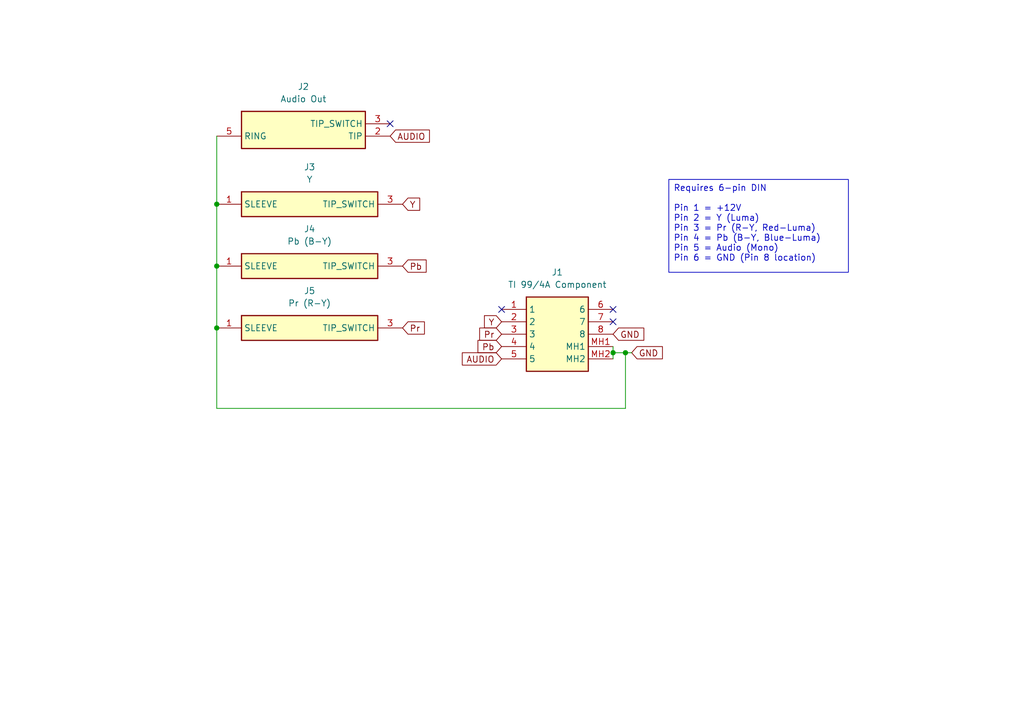
<source format=kicad_sch>
(kicad_sch (version 20250114) (generator "eeschema") (generator_version "9.0")
  (paper "A5")
  (title_block (title "TI 99/4A DIN to Component (PAL)") (date "19/NOV/2025") (rev "A") (company "Brett Hallen") (comment 1 "www.youtube.com/@Brfff"))
  (lib_symbols
    (symbol "Clueless_Engineer:671-0801"
      (property "Reference" "J" (at 19.05 7.62 0))
      (property "Value" "671-0801" (at 19.05 5.08 0))
      (symbol "671-0801_1_1"
        (rectangle (start 5.08 2.54) (end 17.78 -12.7) (stroke (width 0.254)) (fill (type background)))
        (pin passive line (at 0 0 0) (length 5.08) (name "1") (number "1"))
        (pin passive line (at 0 -2.54 0) (length 5.08) (name "2") (number "2"))
        (pin passive line (at 0 -5.08 0) (length 5.08) (name "3") (number "3"))
        (pin passive line (at 0 -7.62 0) (length 5.08) (name "4") (number "4"))
        (pin passive line (at 0 -10.16 0) (length 5.08) (name "5") (number "5"))
        (pin passive line (at 22.86 0 180) (length 5.08) (name "6") (number "6"))
        (pin passive line (at 22.86 -2.54 180) (length 5.08) (name "7") (number "7"))
        (pin passive line (at 22.86 -5.08 180) (length 5.08) (name "8") (number "8"))
        (pin passive line (at 22.86 -7.62 180) (length 5.08) (name "MH1") (number "MH1"))
        (pin passive line (at 22.86 -10.16 180) (length 5.08) (name "MH2") (number "MH2"))
      )
    )
    (symbol "Clueless_Engineer:FC68371"
      (property "Reference" "J" (at 34.29 7.62 0))
      (property "Value" "FC68371" (at 34.29 5.08 0))
      (symbol "FC68371_1_1"
        (rectangle (start 5.08 2.54) (end 33.02 -2.54) (stroke (width 0.254)) (fill (type background)))
        (pin passive line (at 0 0 0) (length 5.08) (name "SLEEVE") (number "1"))
        (pin passive line (at 38.1 0 180) (length 5.08) (name "TIP_SWITCH") (number "3"))
      )
    )
    (symbol "Clueless_Engineer:SJ3-350820B-TR"
      (property "Reference" "J" (at 31.75 7.62 0))
      (property "Value" "SJ3-350820B-TR" (at 31.75 5.08 0))
      (symbol "SJ3-350820B-TR_1_1"
        (rectangle (start 5.08 2.54) (end 30.48 -5.08) (stroke (width 0.254)) (fill (type background)))
        (pin passive line (at 0 0 0) (length 5.08) (name "TIP") (number "2"))
        (pin passive line (at 0 -2.54 0) (length 5.08) (name "TIP_SWITCH") (number "3"))
        (pin passive line (at 35.56 0 180) (length 5.08) (name "RING") (number "5"))
      )
    )
  )
  (text_box "Requires 6-pin DIN\n\nPin 1 = +12V\nPin 2 = Y (Luma)\nPin 3 = Pr (R-Y, Red-Luma)\nPin 4 = Pb (B-Y, Blue-Luma)\nPin 5 = Audio (Mono)\nPin 6 = GND (Pin 8 location)" (at 137.16 36.83 0) (size 36.83 19.05) (margins 0.9525 0.9525 0.9525 0.9525) (effects (font (size 1.27 1.27)) (justify left top)))
  (junction (at 44.45 54.61))
  (junction (at 44.45 67.31))
  (junction (at 44.45 41.91))
  (junction (at 128.27 72.39))
  (junction (at 125.73 72.39))
  (no_connect (at 125.73 63.5))
  (no_connect (at 80.01 25.4))
  (no_connect (at 102.87 63.5))
  (no_connect (at 125.73 66.04))
  (wire (pts (xy 44.45 54.61) (xy 44.45 67.31)))
  (wire (pts (xy 128.27 72.39) (xy 125.73 72.39)))
  (wire (pts (xy 44.45 41.91) (xy 44.45 54.61)))
  (wire (pts (xy 125.73 72.39) (xy 125.73 73.66)))
  (wire (pts (xy 125.73 71.12) (xy 125.73 72.39)))
  (wire (pts (xy 44.45 67.31) (xy 44.45 83.82)))
  (wire (pts (xy 129.54 72.39) (xy 128.27 72.39)))
  (wire (pts (xy 44.45 83.82) (xy 128.27 83.82)))
  (wire (pts (xy 44.45 27.94) (xy 44.45 41.91)))
  (wire (pts (xy 128.27 83.82) (xy 128.27 72.39)))
  (global_label "Pr" (shape input) (at 102.87 68.58 180) (property "Intersheetrefs" "${INTERSHEET_REFS}" (effects (hide yes))))
  (global_label "AUDIO" (shape input) (at 80.01 27.94 0) (property "Intersheetrefs" "${INTERSHEET_REFS}" (effects (hide yes))))
  (global_label "Pb" (shape input) (at 82.55 54.61 0) (property "Intersheetrefs" "${INTERSHEET_REFS}" (effects (hide yes))))
  (global_label "Y" (shape input) (at 82.55 41.91 0) (property "Intersheetrefs" "${INTERSHEET_REFS}" (effects (hide yes))))
  (global_label "AUDIO" (shape input) (at 102.87 73.66 180) (property "Intersheetrefs" "${INTERSHEET_REFS}" (effects (hide yes))))
  (global_label "Y" (shape input) (at 102.87 66.04 180) (property "Intersheetrefs" "${INTERSHEET_REFS}" (effects (hide yes))))
  (global_label "Pb" (shape input) (at 102.87 71.12 180) (property "Intersheetrefs" "${INTERSHEET_REFS}" (effects (hide yes))))
  (global_label "Pr" (shape input) (at 82.55 67.31 0) (property "Intersheetrefs" "${INTERSHEET_REFS}" (effects (hide yes))))
  (global_label "GND" (shape input) (at 125.73 68.58 0) (property "Intersheetrefs" "${INTERSHEET_REFS}" (effects (hide yes))))
  (global_label "GND" (shape input) (at 129.54 72.39 0) (property "Intersheetrefs" "${INTERSHEET_REFS}" (effects (hide yes))))
  (symbol (lib_id "Clueless_Engineer:671-0801") (at 102.87 63.5 0) (unit 1)
    (property "Reference" "J1" (at 114.3 55.88 0))
    (property "Value" "TI 99/4A Component" (at 114.3 58.42 0))
    (property "Footprint" "Clueless_Engineer:6710801" (effects (hide yes)))
    (property "Datasheet" "https://www.mouser.co.uk/datasheet/2/458/deltron-671-0401-4-way-din-socket-data-1859903.pdf" (effects (hide yes)))
    (property "Description" "Deltron 8 Pole Right Angle Din Socket Socket, 2A, 100 V ac, Lockable" (effects (hide yes)))
    (property "Height" "19.5" (effects (hide yes)))
    (property "Manufacturer_Name" "DELTRON COMPONENTS" (effects (hide yes)))
    (property "Manufacturer_Part_Number" "671-0801" (effects (hide yes)))
  )
  (symbol (lib_id "Clueless_Engineer:FC68371") (at 44.45 67.31 0) (unit 1)
    (property "Reference" "J5" (at 63.5 59.69 0))
    (property "Value" "Pr (R-Y)" (at 63.5 62.23 0))
    (property "Footprint" "Clueless_Engineer:FC68371" (effects (hide yes)))
    (property "Description" "Socket; RCA; female; angled 90; THT; nickel plated; Marker: black" (effects (hide yes)))
    (property "Height" "14" (effects (hide yes)))
    (property "Manufacturer_Name" "CLIFF ELECTRONIC COMPONENTS" (effects (hide yes)))
    (property "Manufacturer_Part_Number" "FC68371" (effects (hide yes)))
  )
  (symbol (lib_id "Clueless_Engineer:FC68371") (at 44.45 41.91 0) (unit 1)
    (property "Reference" "J3" (at 63.5 34.29 0))
    (property "Value" "Y" (at 63.5 36.83 0))
    (property "Footprint" "Clueless_Engineer:FC68371" (effects (hide yes)))
    (property "Description" "Socket; RCA; female; angled 90; THT; nickel plated; Marker: black" (effects (hide yes)))
    (property "Height" "14" (effects (hide yes)))
    (property "Manufacturer_Name" "CLIFF ELECTRONIC COMPONENTS" (effects (hide yes)))
    (property "Manufacturer_Part_Number" "FC68371" (effects (hide yes)))
  )
  (symbol (lib_id "Clueless_Engineer:FC68371") (at 44.45 54.61 0) (unit 1)
    (property "Reference" "J4" (at 63.5 46.99 0))
    (property "Value" "Pb (B-Y)" (at 63.5 49.53 0))
    (property "Footprint" "Clueless_Engineer:FC68371" (effects (hide yes)))
    (property "Description" "Socket; RCA; female; angled 90; THT; nickel plated; Marker: black" (effects (hide yes)))
    (property "Height" "14" (effects (hide yes)))
    (property "Manufacturer_Name" "CLIFF ELECTRONIC COMPONENTS" (effects (hide yes)))
    (property "Manufacturer_Part_Number" "FC68371" (effects (hide yes)))
  )
  (symbol (lib_id "Clueless_Engineer:SJ3-350820B-TR") (at 80.01 27.94 180) (unit 1)
    (property "Reference" "J2" (at 62.23 17.78 0))
    (property "Value" "Audio Out" (at 62.23 20.32 0))
    (property "Footprint" "Clueless_Engineer:SJ3350820BTR" (effects (hide yes)))
    (property "Datasheet" "https://www.sameskydevices.com/product/resource/supplyframepdf/sj3-3508x.pdf" (effects (hide yes)))
    (property "Description" "3.5 mm Stereo Jack, Through Hole, 2 Conductors, 1 Internal Switches,  Tape & Reel Packaging" (effects (hide yes)))
    (property "Height" "5.3" (effects (hide yes)))
    (property "Mouser Part Number" "179-SJ3-350820B-TR" (effects (hide yes)))
    (property "Mouser Price/Stock" "https://www.mouser.co.uk/ProductDetail/Same-Sky/SJ3-350820B-TR?qs=IKkN%2F947nfBCsohFK16iQg%3D%3D" (effects (hide yes)))
    (property "Manufacturer_Name" "Same Sky" (effects (hide yes)))
    (property "Manufacturer_Part_Number" "SJ3-350820B-TR" (effects (hide yes)))
  )
)
</source>
